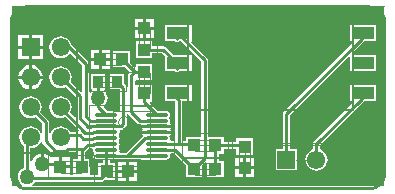
<source format=gtl>
G04*
G04 #@! TF.GenerationSoftware,Altium Limited,Altium Designer,18.1.9 (240)*
G04*
G04 Layer_Physical_Order=1*
G04 Layer_Color=255*
%FSLAX25Y25*%
%MOIN*%
G70*
G01*
G75*
%ADD12C,0.01000*%
%ADD13C,0.00197*%
%ADD14C,0.00394*%
%ADD15C,0.00500*%
%ADD16R,0.07677X0.04016*%
%ADD17R,0.04331X0.04331*%
%ADD18R,0.04331X0.04331*%
%ADD19R,0.03543X0.03937*%
%ADD20O,0.07677X0.01181*%
%ADD30C,0.06102*%
%ADD31R,0.06102X0.06102*%
%ADD32R,0.06102X0.06102*%
%ADD33C,0.05000*%
G36*
X124409Y598D02*
X7154D01*
X7057Y800D01*
X7019Y1098D01*
X7589Y1536D01*
X7966Y2028D01*
X29921D01*
X29921Y2028D01*
X30351Y2113D01*
X30714Y2357D01*
X31104Y2747D01*
X34655D01*
Y8277D01*
X32933D01*
Y9394D01*
X38724D01*
X38724Y9394D01*
X38724Y9394D01*
X48543D01*
X48693Y9424D01*
X51791D01*
X52256Y9516D01*
X52650Y9780D01*
X52913Y10173D01*
X53005Y10638D01*
X52936Y10985D01*
X53213Y11485D01*
X54252D01*
X58258Y7479D01*
Y3534D01*
X63789D01*
Y7479D01*
X64883Y8572D01*
X65345Y8381D01*
Y3534D01*
X70876D01*
Y9065D01*
X69232D01*
Y11408D01*
X70876D01*
Y13052D01*
X75187D01*
Y11014D01*
X80718D01*
Y16545D01*
X75187D01*
Y15295D01*
X70876D01*
Y16939D01*
X66148D01*
X65689Y17082D01*
Y42520D01*
X65603Y42949D01*
X65360Y43313D01*
X65360Y43313D01*
X60010Y48662D01*
X60202Y49124D01*
X60266D01*
Y54340D01*
X51389D01*
Y49124D01*
X54464D01*
X54562Y48979D01*
X54926Y48735D01*
X55355Y48650D01*
X55784Y48735D01*
X56148Y48979D01*
X56658Y48842D01*
X63445Y42055D01*
Y17082D01*
X63445Y17082D01*
X62986Y16939D01*
X58258D01*
Y15696D01*
X57027D01*
Y29124D01*
X60266D01*
Y34340D01*
X51389D01*
Y29124D01*
X54464D01*
X54562Y28979D01*
X54784Y28756D01*
Y15696D01*
X53213D01*
X52936Y16196D01*
X53005Y16543D01*
X52913Y17008D01*
X52756Y17243D01*
X52938Y17365D01*
X53290Y17891D01*
X53314Y18012D01*
X48543D01*
X43773D01*
X43797Y17891D01*
X44103Y17433D01*
X43959Y17336D01*
X43959Y17336D01*
X38260Y11637D01*
X36445D01*
X36178Y12137D01*
X36180Y12142D01*
X36273Y12606D01*
X36180Y13071D01*
X36079Y13223D01*
X35959Y13591D01*
X36079Y13958D01*
X36180Y14110D01*
X36273Y14575D01*
X36180Y15039D01*
X36079Y15191D01*
X35959Y15559D01*
X36079Y15927D01*
X36180Y16079D01*
X36273Y16543D01*
X36180Y17008D01*
X35917Y17402D01*
Y17653D01*
X36180Y18047D01*
X36273Y18512D01*
X36204Y18859D01*
X36481Y19359D01*
X36732D01*
X36732Y19359D01*
X37161Y19444D01*
X37525Y19687D01*
X38313Y20475D01*
X38313Y20475D01*
X38556Y20839D01*
X38641Y21268D01*
Y24488D01*
X39105Y24743D01*
X39141Y24738D01*
X39364Y24404D01*
X42112Y21656D01*
X42112Y21656D01*
X42476Y21413D01*
X42906Y21327D01*
X42906Y21327D01*
X43393D01*
X43635Y20980D01*
X48543D01*
X53314D01*
X53290Y21101D01*
X52938Y21627D01*
X52756Y21749D01*
X52913Y21984D01*
X53005Y22449D01*
X52913Y22913D01*
X52650Y23307D01*
Y23559D01*
X52913Y23953D01*
X53005Y24417D01*
X52913Y24882D01*
X52650Y25276D01*
X52256Y25539D01*
X51791Y25631D01*
X48916D01*
X46270Y28277D01*
X46461Y28739D01*
X47175D01*
Y34269D01*
X41644D01*
X41279Y34595D01*
Y35499D01*
X41644Y35825D01*
X47175D01*
Y41356D01*
X41644D01*
Y40446D01*
X41182Y40254D01*
X39694Y41742D01*
Y45687D01*
X34164D01*
Y40156D01*
X38108D01*
X39674Y38591D01*
X39364Y38281D01*
X39121Y37917D01*
X39036Y37488D01*
X39036Y37488D01*
Y34044D01*
X38573Y33788D01*
X38536Y33794D01*
X38313Y34128D01*
X38313Y34128D01*
X37824Y34616D01*
Y37970D01*
X33081D01*
Y32833D01*
X36398D01*
Y25456D01*
X36012Y25311D01*
X35898Y25289D01*
X35524Y25539D01*
X35059Y25631D01*
X32183D01*
X30999Y26816D01*
X31043Y27479D01*
X31345Y27710D01*
X31842Y28358D01*
X32154Y29112D01*
X32261Y29921D01*
X32154Y30731D01*
X31842Y31485D01*
X31345Y32132D01*
X31083Y32333D01*
X31253Y32833D01*
X31525D01*
Y37970D01*
X26782D01*
Y32833D01*
X27015D01*
X27185Y32333D01*
X26923Y32132D01*
X26543Y31637D01*
X26043Y31807D01*
Y41346D01*
X26043Y41346D01*
X25957Y41776D01*
X25714Y42140D01*
X20106Y47748D01*
X20093Y47851D01*
X19725Y48739D01*
X19139Y49502D01*
X18377Y50087D01*
X17489Y50455D01*
X16535Y50580D01*
X15582Y50455D01*
X14694Y50087D01*
X13931Y49502D01*
X13346Y48739D01*
X12978Y47851D01*
X12853Y46898D01*
X12978Y45944D01*
X13346Y45056D01*
X13931Y44294D01*
X14694Y43708D01*
X15582Y43340D01*
X16535Y43215D01*
X17489Y43340D01*
X18377Y43708D01*
X19139Y44294D01*
X19451Y44699D01*
X19950Y44732D01*
X23800Y40882D01*
Y32182D01*
X23300Y31975D01*
X19870Y35406D01*
X20093Y35945D01*
X20218Y36898D01*
X20093Y37851D01*
X19725Y38739D01*
X19139Y39502D01*
X18377Y40087D01*
X17489Y40455D01*
X16535Y40580D01*
X15582Y40455D01*
X14694Y40087D01*
X13931Y39502D01*
X13346Y38739D01*
X12978Y37851D01*
X12853Y36898D01*
X12978Y35945D01*
X13346Y35056D01*
X13931Y34294D01*
X14694Y33708D01*
X15582Y33340D01*
X16535Y33215D01*
X17489Y33340D01*
X18377Y33708D01*
X18387Y33716D01*
X21800Y30303D01*
Y23782D01*
X21300Y23574D01*
X19752Y25122D01*
X20093Y25945D01*
X20218Y26898D01*
X20093Y27851D01*
X19725Y28739D01*
X19139Y29502D01*
X18377Y30087D01*
X17489Y30455D01*
X16535Y30580D01*
X15582Y30455D01*
X14694Y30087D01*
X13931Y29502D01*
X13346Y28739D01*
X12978Y27851D01*
X12853Y26898D01*
X12978Y25945D01*
X13346Y25056D01*
X13931Y24294D01*
X14694Y23708D01*
X15582Y23340D01*
X16535Y23215D01*
X17489Y23340D01*
X18106Y23596D01*
X22553Y19149D01*
X22346Y18649D01*
X19762D01*
X19725Y18739D01*
X19139Y19502D01*
X18377Y20087D01*
X17489Y20455D01*
X16535Y20580D01*
X15582Y20455D01*
X14694Y20087D01*
X13931Y19502D01*
X13346Y18739D01*
X13157Y18282D01*
X12657Y18382D01*
Y21898D01*
X12657Y21898D01*
X12572Y22327D01*
X12329Y22691D01*
X12329Y22691D01*
X9794Y25225D01*
X10093Y25945D01*
X10218Y26898D01*
X10093Y27851D01*
X9725Y28739D01*
X9139Y29502D01*
X8377Y30087D01*
X7489Y30455D01*
X6535Y30580D01*
X5582Y30455D01*
X4694Y30087D01*
X3931Y29502D01*
X3346Y28739D01*
X2978Y27851D01*
X2853Y26898D01*
X2978Y25945D01*
X3346Y25056D01*
X3931Y24294D01*
X4694Y23708D01*
X5582Y23340D01*
X6535Y23215D01*
X7489Y23340D01*
X8208Y23639D01*
X10414Y21433D01*
Y18382D01*
X9914Y18282D01*
X9725Y18739D01*
X9139Y19502D01*
X8377Y20087D01*
X7489Y20455D01*
X6535Y20580D01*
X5582Y20455D01*
X4694Y20087D01*
X3931Y19502D01*
X3346Y18739D01*
X2978Y17851D01*
X2853Y16898D01*
X2978Y15945D01*
X3346Y15056D01*
X3931Y14294D01*
X4256Y14044D01*
Y6638D01*
X3814Y6455D01*
X3167Y5958D01*
X2670Y5310D01*
X2358Y4556D01*
X2251Y3747D01*
X2358Y2937D01*
X2670Y2183D01*
X3167Y1536D01*
X3737Y1098D01*
X3699Y800D01*
X3602Y598D01*
X512D01*
Y60630D01*
X124409D01*
Y598D01*
D02*
G37*
G36*
X27082Y13290D02*
X27393Y12827D01*
X27349Y12606D01*
X27441Y12142D01*
X27543Y11990D01*
X27663Y11622D01*
X27543Y11254D01*
X27441Y11102D01*
X27349Y10638D01*
X27441Y10173D01*
X27705Y9780D01*
X28098Y9516D01*
X28563Y9424D01*
X30689D01*
Y8277D01*
X29124D01*
Y4271D01*
X26309D01*
Y9742D01*
X24665D01*
Y12032D01*
X24927Y12207D01*
X26047Y13327D01*
X27022D01*
X27082Y13290D01*
D02*
G37*
G36*
X10420Y15429D02*
X10499Y15032D01*
X10742Y14668D01*
X13857Y11553D01*
X13857Y11553D01*
X14221Y11310D01*
X14650Y11225D01*
X14650Y11225D01*
X18420D01*
X18421Y11225D01*
X18850Y11310D01*
X19214Y11553D01*
X19539Y11878D01*
X22422D01*
Y9742D01*
X20778D01*
Y4271D01*
X19622D01*
Y6476D01*
X16457D01*
Y6976D01*
X15957D01*
Y10142D01*
X13291D01*
X13291Y10142D01*
Y10142D01*
X12925Y10428D01*
X12867Y10504D01*
X12135Y11065D01*
X11284Y11418D01*
X10870Y11472D01*
Y8008D01*
X9870D01*
Y11472D01*
X9457Y11418D01*
X8605Y11065D01*
X7874Y10504D01*
X7313Y9773D01*
X6999Y9016D01*
X6499Y9115D01*
Y13183D01*
X6535Y13215D01*
X7489Y13340D01*
X8377Y13708D01*
X9139Y14294D01*
X9725Y15056D01*
X9888Y15451D01*
X10376Y15457D01*
X10420Y15429D01*
D02*
G37*
%LPC*%
G36*
X47575Y56315D02*
X44909D01*
Y53650D01*
X47575D01*
Y56315D01*
D02*
G37*
G36*
X43909D02*
X41244D01*
Y53650D01*
X43909D01*
Y56315D01*
D02*
G37*
G36*
X47575Y52650D02*
X44909D01*
Y49984D01*
X47575D01*
Y52650D01*
D02*
G37*
G36*
X43909D02*
X41244D01*
Y49984D01*
X43909D01*
Y52650D01*
D02*
G37*
G36*
X10587Y50949D02*
X7035D01*
Y47398D01*
X10587D01*
Y50949D01*
D02*
G37*
G36*
X6035D02*
X2484D01*
Y47398D01*
X6035D01*
Y50949D01*
D02*
G37*
G36*
X33008Y46087D02*
X30343D01*
Y43421D01*
X33008D01*
Y46087D01*
D02*
G37*
G36*
X29342D02*
X26677D01*
Y43421D01*
X29342D01*
Y46087D01*
D02*
G37*
G36*
X10587Y46398D02*
X7035D01*
Y42846D01*
X10587D01*
Y46398D01*
D02*
G37*
G36*
X6035D02*
X2484D01*
Y42846D01*
X6035D01*
Y46398D01*
D02*
G37*
G36*
X33008Y42421D02*
X30343D01*
Y39756D01*
X33008D01*
Y42421D01*
D02*
G37*
G36*
X29342D02*
X26677D01*
Y39756D01*
X29342D01*
Y42421D01*
D02*
G37*
G36*
X121840Y54340D02*
X112963D01*
Y49124D01*
X114042D01*
X114233Y48662D01*
X91057Y25486D01*
X90814Y25122D01*
X90729Y24693D01*
X90729Y24693D01*
Y13100D01*
X88199D01*
Y5798D01*
X95502D01*
Y13100D01*
X92972D01*
Y24229D01*
X112501Y43758D01*
X112963Y43566D01*
Y39124D01*
X121840D01*
Y44340D01*
X113737D01*
X113545Y44802D01*
X117722Y48979D01*
X117819Y49124D01*
X121840D01*
Y54340D01*
D02*
G37*
G36*
X47175Y48828D02*
X41644D01*
Y43298D01*
X47175D01*
Y44941D01*
X50323D01*
X51389Y43876D01*
Y39124D01*
X54464D01*
X54562Y38979D01*
X54926Y38735D01*
X55355Y38650D01*
X55784Y38735D01*
X56148Y38979D01*
X56245Y39124D01*
X60266D01*
Y44340D01*
X54096D01*
X51581Y46856D01*
X51217Y47099D01*
X50787Y47185D01*
X50787Y47185D01*
X47175D01*
Y48828D01*
D02*
G37*
G36*
X7035Y40918D02*
Y37398D01*
X10556D01*
X10482Y37955D01*
X10074Y38941D01*
X9425Y39787D01*
X8579Y40436D01*
X7593Y40845D01*
X7035Y40918D01*
D02*
G37*
G36*
X6035D02*
X5478Y40845D01*
X4492Y40436D01*
X3646Y39787D01*
X2997Y38941D01*
X2589Y37955D01*
X2515Y37398D01*
X6035D01*
Y40918D01*
D02*
G37*
G36*
X10556Y36398D02*
X7035D01*
Y32877D01*
X7593Y32951D01*
X8579Y33359D01*
X9425Y34008D01*
X10074Y34855D01*
X10482Y35840D01*
X10556Y36398D01*
D02*
G37*
G36*
X6035D02*
X2515D01*
X2589Y35840D01*
X2997Y34855D01*
X3646Y34008D01*
X4492Y33359D01*
X5478Y32951D01*
X6035Y32877D01*
Y36398D01*
D02*
G37*
G36*
X53314Y19980D02*
X48543D01*
X43773D01*
X43797Y19860D01*
X44040Y19496D01*
X43797Y19132D01*
X43773Y19012D01*
X48543D01*
X53314D01*
X53290Y19132D01*
X53047Y19496D01*
X53290Y19860D01*
X53314Y19980D01*
D02*
G37*
G36*
X81118Y9858D02*
X78453D01*
Y7193D01*
X81118D01*
Y9858D01*
D02*
G37*
G36*
X77453D02*
X74787D01*
Y7193D01*
X77453D01*
Y9858D01*
D02*
G37*
G36*
X42142Y8677D02*
X39476D01*
Y6012D01*
X42142D01*
Y8677D01*
D02*
G37*
G36*
X38476D02*
X35811D01*
Y6012D01*
X38476D01*
Y8677D01*
D02*
G37*
G36*
X121840Y34340D02*
X112963D01*
Y29124D01*
X114042D01*
X114233Y28662D01*
X101057Y15486D01*
X100814Y15123D01*
X100729Y14693D01*
X100729Y14693D01*
Y12936D01*
X100009Y12638D01*
X99246Y12053D01*
X98661Y11290D01*
X98293Y10402D01*
X98168Y9449D01*
X98293Y8496D01*
X98661Y7608D01*
X99246Y6845D01*
X100009Y6260D01*
X100897Y5892D01*
X101850Y5766D01*
X102804Y5892D01*
X103692Y6260D01*
X104454Y6845D01*
X105040Y7608D01*
X105408Y8496D01*
X105533Y9449D01*
X105408Y10402D01*
X105040Y11290D01*
X104454Y12053D01*
X103692Y12638D01*
X102972Y12936D01*
Y14229D01*
X117722Y28979D01*
X117819Y29124D01*
X121840D01*
Y34340D01*
D02*
G37*
G36*
X81118Y6193D02*
X78453D01*
Y3528D01*
X81118D01*
Y6193D01*
D02*
G37*
G36*
X77453D02*
X74787D01*
Y3528D01*
X77453D01*
Y6193D01*
D02*
G37*
G36*
X42142Y5012D02*
X39476D01*
Y2347D01*
X42142D01*
Y5012D01*
D02*
G37*
G36*
X38476D02*
X35811D01*
Y2347D01*
X38476D01*
Y5012D01*
D02*
G37*
G36*
X19622Y10142D02*
X16957D01*
Y7476D01*
X19622D01*
Y10142D01*
D02*
G37*
%LPD*%
D12*
X15425Y8008D02*
X16457Y6976D01*
X10370Y8008D02*
X15425D01*
X11535Y15461D02*
Y21898D01*
Y15461D02*
X14650Y12347D01*
X6535Y26898D02*
X11535Y21898D01*
X38724Y10516D02*
X48543D01*
X29154Y27075D02*
Y35402D01*
X31811Y10516D02*
X38724D01*
X31811Y5039D02*
Y10516D01*
X5378Y3150D02*
X29921D01*
X5378Y3747D02*
Y15740D01*
Y3150D02*
Y3747D01*
Y15740D02*
X6535Y16898D01*
X38724Y10516D02*
X44752Y16543D01*
X48543D01*
X31811Y10516D02*
Y10638D01*
X29921Y3150D02*
X31811Y5039D01*
X55355Y29772D02*
X55905Y29221D01*
Y14575D02*
Y29221D01*
X55355Y39772D02*
Y41496D01*
X50787Y46063D02*
X55355Y41496D01*
X44409Y46063D02*
X50787D01*
X55355Y49772D02*
Y51732D01*
X64567Y42520D01*
Y17082D02*
Y42520D01*
X101850Y14693D02*
X116929Y29772D01*
X101850Y11024D02*
Y14693D01*
X91850Y11024D02*
Y24693D01*
X116929Y49772D01*
X64567Y17082D02*
X64567Y17082D01*
X64567Y9843D02*
Y17082D01*
X61024Y6299D02*
X64567Y9843D01*
X77559Y14173D02*
X77953Y13780D01*
X68110Y14173D02*
X77559D01*
X68110Y6299D02*
Y14173D01*
X48543Y14575D02*
X55905D01*
X54716Y12606D02*
X61024Y6299D01*
X48543Y12606D02*
X54716D01*
X55905Y14575D02*
X60622D01*
X61024Y14173D01*
X42906Y22449D02*
X48543D01*
X40157Y25197D02*
X42906Y22449D01*
X40157Y25197D02*
Y37488D01*
X41260Y38591D01*
X36929Y42921D02*
X41260Y38591D01*
X44409D01*
Y28551D02*
Y31504D01*
Y28551D02*
X48543Y24417D01*
X29154Y27075D02*
X31811Y24417D01*
X23150Y13000D02*
X24134D01*
X19074D02*
X23150D01*
X23543Y12606D01*
Y6976D02*
Y12606D01*
X27441Y14449D02*
X27567Y14575D01*
X31811D01*
X25583Y14449D02*
X27441D01*
X27346Y16449D02*
X27441Y16543D01*
X24011Y16449D02*
X27346D01*
Y18512D02*
X31811D01*
X27283Y18449D02*
X27346Y18512D01*
X24839Y18449D02*
X27283D01*
X27441Y16543D02*
X31811D01*
X24134Y13000D02*
X25583Y14449D01*
X18421Y12347D02*
X19074Y13000D01*
X14650Y12347D02*
X18421D01*
X16161Y27127D02*
X24839Y18449D01*
X26496Y22449D02*
X31811D01*
X24921Y24024D02*
X26496Y22449D01*
X26528Y20480D02*
X31811D01*
X26496Y20449D02*
X26528Y20480D01*
X25668Y20449D02*
X26496D01*
X22921Y23195D02*
X25668Y20449D01*
X22921Y23195D02*
Y30768D01*
X22932Y17528D02*
X24011Y16449D01*
X16161Y17528D02*
X22932D01*
X31811Y10638D02*
Y12484D01*
X16161Y27127D02*
Y27528D01*
Y37528D02*
X22921Y30768D01*
X24921Y24024D02*
Y41346D01*
X35453Y35402D02*
X37520Y33335D01*
Y21268D02*
Y33335D01*
X36732Y20480D02*
X37520Y21268D01*
X31811Y20480D02*
X36732D01*
X18740Y47528D02*
X24921Y41346D01*
X16161Y47528D02*
X18740D01*
X124500Y55500D02*
X124350Y56519D01*
X124005Y57490D01*
X123476Y58375D01*
X122785Y59139D01*
X121959Y59754D01*
X121028Y60196D01*
X120029Y60448D01*
X119000Y60500D01*
X119500Y-0D02*
X120475Y96D01*
X121413Y381D01*
X122278Y843D01*
X123036Y1464D01*
X123657Y2222D01*
X124119Y3087D01*
X124404Y4025D01*
X124500Y5000D01*
X-0Y5000D02*
X96Y4025D01*
X381Y3087D01*
X843Y2222D01*
X1464Y1464D01*
X2222Y843D01*
X3087Y381D01*
X4025Y96D01*
X5000Y0D01*
Y60500D02*
X4025Y60404D01*
X3087Y60119D01*
X2222Y59657D01*
X1464Y59035D01*
X843Y58278D01*
X381Y57413D01*
X96Y56476D01*
X0Y55500D01*
X124500Y5000D02*
Y55500D01*
X5000Y0D02*
X119500D01*
X0Y5000D02*
Y55500D01*
X5000Y60500D02*
X119000D01*
D13*
X60000Y61000D02*
X60500Y60500D01*
X124500D01*
X42539Y35047D02*
X46279D01*
X44409Y33177D02*
Y36917D01*
X48543Y27370D02*
Y42724D01*
X40276Y27370D02*
Y42724D01*
X48543D01*
X40276Y27370D02*
X48543D01*
X86457Y4055D02*
Y14842D01*
X107744D01*
X86457Y4055D02*
X107744D01*
Y14842D01*
X73819Y17913D02*
X82087D01*
X73819Y2559D02*
X82087D01*
Y17913D01*
X73819Y2559D02*
Y17913D01*
X77953Y8366D02*
Y12106D01*
X76083Y10236D02*
X79823D01*
X64567Y4429D02*
Y8169D01*
X62697Y6299D02*
X66437D01*
X56890Y2165D02*
X72244D01*
X56890Y10433D02*
X72244D01*
Y2165D02*
Y10433D01*
X56890Y2165D02*
Y10433D01*
X64567Y12303D02*
Y16043D01*
X62697Y14173D02*
X66437D01*
X56890Y10039D02*
X72244D01*
X56890Y18307D02*
X72244D01*
Y10039D02*
Y18307D01*
X56890Y10039D02*
Y18307D01*
X40276Y57284D02*
X48543D01*
X40276Y41929D02*
X48543D01*
Y57284D01*
X40276Y41929D02*
Y57284D01*
X44409Y47736D02*
Y51476D01*
X42539Y49606D02*
X46279D01*
X1142Y11504D02*
X21929D01*
X1142D02*
Y52291D01*
X21929Y11504D02*
Y52291D01*
X1142D02*
X21929D01*
X33386Y41051D02*
Y44791D01*
X31516Y42921D02*
X35256D01*
X25709Y47055D02*
X41063D01*
X25709Y38787D02*
X41063D01*
X25709D02*
Y47055D01*
X41063Y38787D02*
Y47055D01*
X32303Y33531D02*
Y37272D01*
X30433Y35402D02*
X34173D01*
X26398Y32449D02*
X38209D01*
X26398Y38354D02*
X38209D01*
Y32449D02*
Y38354D01*
X26398Y32449D02*
Y38354D01*
X12323Y2843D02*
Y11110D01*
X27677Y2843D02*
Y11110D01*
X12323D02*
X27677D01*
X12323Y2843D02*
X27677D01*
X18130Y6976D02*
X21870D01*
X20000Y5106D02*
Y8846D01*
X43110Y1378D02*
Y9646D01*
X27756Y1378D02*
Y9646D01*
Y1378D02*
X43110D01*
X27756Y9646D02*
X43110D01*
X33563Y5512D02*
X37303D01*
X35433Y3642D02*
Y7382D01*
X26102Y7291D02*
Y27764D01*
X54252Y7291D02*
Y27764D01*
X26102D02*
X54252D01*
X26102Y7291D02*
X54252D01*
D14*
X39587Y22055D02*
X39323Y23039D01*
X38602Y23760D01*
X37618Y24024D01*
X36634Y23760D01*
X35913Y23039D01*
X35650Y22055D01*
X35913Y21071D01*
X36634Y20350D01*
X37618Y20087D01*
X38602Y20350D01*
X39323Y21071D01*
X39587Y22055D01*
X46279Y31701D02*
Y38394D01*
X42539Y31701D02*
Y38394D01*
X46279D01*
X42539Y31701D02*
X46279D01*
X106850Y4449D02*
Y14449D01*
X86850Y4449D02*
X106850D01*
X86850D02*
Y14449D01*
X106850D01*
X76083Y13681D02*
X79823D01*
X76083Y6791D02*
X79823D01*
Y13681D01*
X76083Y6791D02*
Y13681D01*
X61221Y4429D02*
X67913D01*
X61221Y8169D02*
X67913D01*
Y4429D02*
Y8169D01*
X61221Y4429D02*
Y8169D01*
Y12303D02*
X67913D01*
X61221Y16043D02*
X67913D01*
Y12303D02*
Y16043D01*
X61221Y12303D02*
Y16043D01*
X42539Y53051D02*
X46279D01*
X42539Y46161D02*
X46279D01*
Y53051D01*
X42539Y46161D02*
Y53051D01*
X1535Y11898D02*
X21535D01*
X1535D02*
Y51898D01*
X21535Y11898D02*
Y51898D01*
X1535D02*
X21535D01*
X30039Y44791D02*
X36732D01*
X30039Y41051D02*
X36732D01*
X30039D02*
Y44791D01*
X36732Y41051D02*
Y44791D01*
X28957Y33531D02*
X35650D01*
X28957Y37272D02*
X35650D01*
Y33531D02*
Y37272D01*
X28957Y33531D02*
Y37272D01*
X16555Y5106D02*
Y8846D01*
X23445Y5106D02*
Y8846D01*
X16555D02*
X23445D01*
X16555Y5106D02*
X23445D01*
X38878Y3642D02*
Y7382D01*
X31988Y3642D02*
Y7382D01*
Y3642D02*
X38878D01*
X31988Y7382D02*
X38878D01*
X34075Y9457D02*
Y25598D01*
X46279Y9457D02*
Y25598D01*
X34075D02*
X46279D01*
X34075Y9457D02*
X46279D01*
X96850Y7480D02*
Y11417D01*
X94882Y9449D02*
X98819D01*
X9567Y31898D02*
X13504D01*
X11535Y29929D02*
Y33866D01*
X38209Y17528D02*
X42146D01*
X40177Y15559D02*
Y19496D01*
D15*
X112205Y29921D02*
X111941Y30906D01*
X111221Y31626D01*
X110236Y31890D01*
X109252Y31626D01*
X108531Y30906D01*
X108267Y29921D01*
X108531Y28937D01*
X109252Y28216D01*
X110236Y27952D01*
X111221Y28216D01*
X111941Y28937D01*
X112205Y29921D01*
X59055Y25984D02*
Y57480D01*
X114173D01*
Y25984D02*
Y57480D01*
X59055Y25984D02*
X114173D01*
D16*
X55827Y41732D02*
D03*
Y51732D02*
D03*
Y31732D02*
D03*
X117401D02*
D03*
Y41732D02*
D03*
Y51732D02*
D03*
D17*
X44409Y38591D02*
D03*
Y31504D02*
D03*
X77953Y13780D02*
D03*
Y6693D02*
D03*
X44409Y53150D02*
D03*
Y46063D02*
D03*
D18*
X68110Y6299D02*
D03*
X61024D02*
D03*
X68110Y14173D02*
D03*
X61024D02*
D03*
X29842Y42921D02*
D03*
X36929D02*
D03*
X16457Y6976D02*
D03*
X23543D02*
D03*
X38976Y5512D02*
D03*
X31890D02*
D03*
D19*
X35453Y35402D02*
D03*
X29154D02*
D03*
D20*
X31811Y24417D02*
D03*
Y22449D02*
D03*
Y20480D02*
D03*
Y18512D02*
D03*
Y16543D02*
D03*
Y14575D02*
D03*
Y12606D02*
D03*
Y10638D02*
D03*
X48543Y24417D02*
D03*
Y22449D02*
D03*
Y20480D02*
D03*
Y18512D02*
D03*
Y16543D02*
D03*
Y14575D02*
D03*
Y12606D02*
D03*
Y10638D02*
D03*
D30*
X101850Y9449D02*
D03*
X16535Y16898D02*
D03*
X6535D02*
D03*
X16535Y26898D02*
D03*
Y36898D02*
D03*
X6535Y26898D02*
D03*
Y36898D02*
D03*
X16535Y46898D02*
D03*
D31*
X91850Y9449D02*
D03*
D32*
X6535Y46898D02*
D03*
D33*
X10370Y8008D02*
D03*
X5378Y3747D02*
D03*
X29134Y29921D02*
D03*
M02*

</source>
